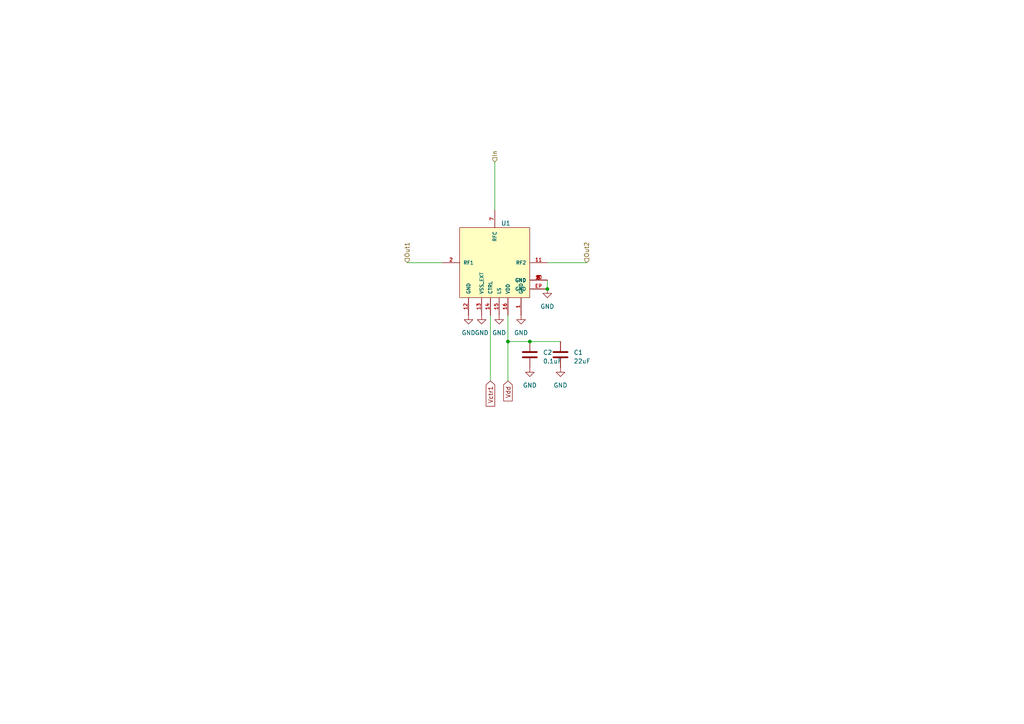
<source format=kicad_sch>
(kicad_sch (version 20230121) (generator eeschema)
  (paper "A4")
  (lib_symbols
    (symbol "Device:C" (pin_numbers hide) (pin_names (offset 0.254))
      (property "Reference" "C" (at 0.635 2.54 0))
      (property "Value" "C" (at 0.635 -2.54 0))
      (symbol "C_0_1"
        (polyline (pts (xy -2.032 -0.762) (xy 2.032 -0.762)) (stroke (width 0.508)))
        (polyline (pts (xy -2.032 0.762) (xy 2.032 0.762)) (stroke (width 0.508)))
      )
      (symbol "C_1_1"
        (pin passive line (at 0 3.81 270) (length 2.794) (name "~") (number "1"))
        (pin passive line (at 0 -3.81 90) (length 2.794) (name "~") (number "2"))
      )
    )
    (symbol "Radar:Switch_PE42553A-Z" (pin_names (offset 1.016))
      (property "Reference" "U" (at -10.1634 10.1634 0))
      (property "Value" "Switch_PE42553A-Z" (at -10.16 2.54 0))
      (symbol "Switch_PE42553A-Z_0_0"
        (rectangle (start -10.16 10.16) (end 10.16 -10.16) (stroke (width 0.1524)) (fill (type background)))
        (pin power_in line (at 7.62 -15.24 90) (length 5.08) (name "GND") (number "1"))
        (pin power_in line (at 15.24 -5.08 180) (length 5.08) (name "GND") (number "10"))
        (pin bidirectional line (at 15.24 0 180) (length 5.08) (name "RF2") (number "11"))
        (pin power_in line (at -7.62 -15.24 90) (length 5.08) (name "GND") (number "12"))
        (pin power_in line (at -3.81 -15.24 90) (length 5.08) (name "VSS_EXT") (number "13"))
        (pin input line (at -1.27 -15.24 90) (length 5.08) (name "CTRL") (number "14"))
        (pin input line (at 1.27 -15.24 90) (length 5.08) (name "LS") (number "15"))
        (pin power_in line (at 3.81 -15.24 90) (length 5.08) (name "VDD") (number "16"))
        (pin bidirectional line (at -15.24 0 0) (length 5.08) (name "RF1") (number "2"))
        (pin power_in line (at 15.24 -5.08 180) (length 5.08) (name "GND") (number "3"))
        (pin power_in line (at 15.24 -5.08 180) (length 5.08) (name "GND") (number "4"))
        (pin power_in line (at 15.24 -5.08 180) (length 5.08) (name "GND") (number "5"))
        (pin power_in line (at 15.24 -5.08 180) (length 5.08) (name "GND") (number "6"))
        (pin bidirectional line (at 0 15.24 270) (length 5.08) (name "RFC") (number "7"))
        (pin power_in line (at 15.24 -5.08 180) (length 5.08) (name "GND") (number "8"))
        (pin power_in line (at 15.24 -5.08 180) (length 5.08) (name "GND") (number "9"))
      )
      (symbol "Switch_PE42553A-Z_1_0"
        (pin power_in line (at 15.24 -7.62 180) (length 5.08) (name "GND") (number "EP"))
      )
    )
    (symbol "power:GND" (power) (pin_names (offset 0))
      (property "Value" "GND" (at 0 -3.81 0))
      (symbol "GND_0_1"
        (polyline (pts (xy 0 0) (xy 0 -1.27) (xy 1.27 -1.27) (xy 0 -2.54) (xy -1.27 -1.27) (xy 0 -1.27)))
      )
      (symbol "GND_1_1"
        (pin power_in line (at 0 0 270) (length 0) hide (name "GND") (number "1"))
      )
    )
  )
  (junction (at 153.67 99.06))
  (junction (at 158.75 83.82))
  (junction (at 147.32 99.06))
  (wire (pts (xy 142.24 91.44) (xy 142.24 110.49)))
  (wire (pts (xy 147.32 99.06) (xy 147.32 110.49)))
  (wire (pts (xy 153.67 99.06) (xy 162.56 99.06)))
  (wire (pts (xy 143.51 46.99) (xy 143.51 60.96)))
  (wire (pts (xy 147.32 91.44) (xy 147.32 99.06)))
  (wire (pts (xy 158.75 81.28) (xy 158.75 83.82)))
  (wire (pts (xy 118.11 76.2) (xy 128.27 76.2)))
  (wire (pts (xy 147.32 99.06) (xy 153.67 99.06)))
  (wire (pts (xy 158.75 76.2) (xy 170.18 76.2)))
  (global_label "Vdd" (shape input) (at 147.32 110.49 270) (property "Intersheetrefs" "${INTERSHEET_REFS}" (effects hide)))
  (global_label "Vctr1" (shape input) (at 142.24 110.49 270) (property "Intersheetrefs" "${INTERSHEET_REFS}" (effects hide)))
  (hierarchical_label "Out1" (shape input) (at 118.11 76.2 90))
  (hierarchical_label "In" (shape input) (at 143.51 46.99 90))
  (hierarchical_label "Out2" (shape input) (at 170.18 76.2 90))
  (symbol (lib_id "Device:C") (at 153.67 102.87 0) (unit 1)
    (property "Reference" "C2" (at 157.48 102.235 0) (effects (justify left)))
    (property "Value" "0.1uF" (at 157.48 104.775 0) (effects (justify left)))
    (property "Footprint" "Capacitor_SMD:C_0603_1608Metric_revised" (effects hide))
    (instances (project "TX_switch_cavity(2mm)" (path "" (reference "C2") (unit 1)) (path "" (reference "C3") (unit 1))))
  )
  (symbol (lib_id "Device:C") (at 162.56 102.87 0) (unit 1)
    (property "Reference" "C1" (at 166.37 102.235 0) (effects (justify left)))
    (property "Value" "22uF" (at 166.37 104.775 0) (effects (justify left)))
    (property "Footprint" "Capacitor_SMD:C_0603_1608Metric_revised" (effects hide))
    (instances (project "TX_switch_cavity(2mm)" (path "" (reference "C1") (unit 1)) (path "" (reference "C4") (unit 1))))
  )
  (symbol (lib_id "power:GND") (at 153.67 106.68 0) (unit 1)
    (property "Reference" "#PWR045" (effects hide))
    (property "Value" "GND" (at 153.67 111.76 0))
    (instances (project "TX_switch_cavity(2mm)" (path "" (reference "#PWR045") (unit 1)) (path "" (reference "#PWR07") (unit 1))))
  )
  (symbol (lib_id "power:GND") (at 162.56 106.68 0) (unit 1)
    (property "Reference" "#PWR046" (effects hide))
    (property "Value" "GND" (at 162.56 111.76 0))
    (instances (project "TX_switch_cavity(2mm)" (path "" (reference "#PWR046") (unit 1)) (path "" (reference "#PWR09") (unit 1))))
  )
  (symbol (lib_id "power:GND") (at 135.89 91.44 0) (unit 1)
    (property "Reference" "#PWR016" (effects hide))
    (property "Value" "GND" (at 135.89 96.52 0))
    (instances (project "TX_switch_cavity(2mm)" (path "" (reference "#PWR016") (unit 1)) (path "" (reference "#PWR01") (unit 1))))
  )
  (symbol (lib_id "power:GND") (at 144.78 91.44 0) (unit 1)
    (property "Reference" "#PWR018" (effects hide))
    (property "Value" "GND" (at 144.78 96.52 0))
    (instances (project "TX_switch_cavity(2mm)" (path "" (reference "#PWR018") (unit 1)) (path "" (reference "#PWR05") (unit 1))))
  )
  (symbol (lib_id "power:GND") (at 151.13 91.44 0) (unit 1)
    (property "Reference" "#PWR017" (effects hide))
    (property "Value" "GND" (at 151.13 96.52 0))
    (instances (project "TX_switch_cavity(2mm)" (path "" (reference "#PWR017") (unit 1)) (path "" (reference "#PWR06") (unit 1))))
  )
  (symbol (lib_id "power:GND") (at 158.75 83.82 0) (unit 1)
    (property "Reference" "#PWR015" (effects hide))
    (property "Value" "GND" (at 158.75 88.9 0))
    (instances (project "TX_switch_cavity(2mm)" (path "" (reference "#PWR015") (unit 1)) (path "" (reference "#PWR08") (unit 1))))
  )
  (symbol (lib_id "power:GND") (at 139.7 91.44 0) (unit 1)
    (property "Reference" "#PWR019" (effects hide))
    (property "Value" "GND" (at 139.7 96.52 0))
    (instances (project "TX_switch_cavity(2mm)" (path "" (reference "#PWR019") (unit 1)) (path "" (reference "#PWR04") (unit 1))))
  )
  (symbol (lib_id "Radar:Switch_PE42553A-Z") (at 143.51 76.2 0) (unit 1)
    (property "Reference" "U1" (at 145.3389 64.77 0) (effects (justify left)))
    (property "Value" "Switch_PE42553A-Z" (effects hide))
    (property "Footprint" "Music_Lab:Switch_PE42553A_QFN17N" (effects hide))
    (property "PACKAGE_ID" "26609" (effects hide))
    (property "MANUFACTURER" "Peregrine Semiconductor" (effects hide))
  )
)
</source>
